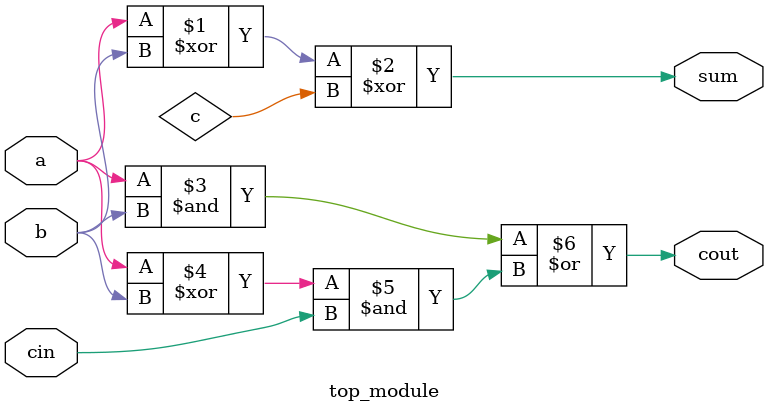
<source format=v>
module top_module(
    input a,
    input b,
    input cin,
    output cout,
    output sum);
    assign sum = (a ^ b ^ c);
    assign cout = (a & b)|((a ^ b) & cin);   // this can also be written as assign cout = (a & b)|(b & cin)|(cin & a)
endmodule

</source>
